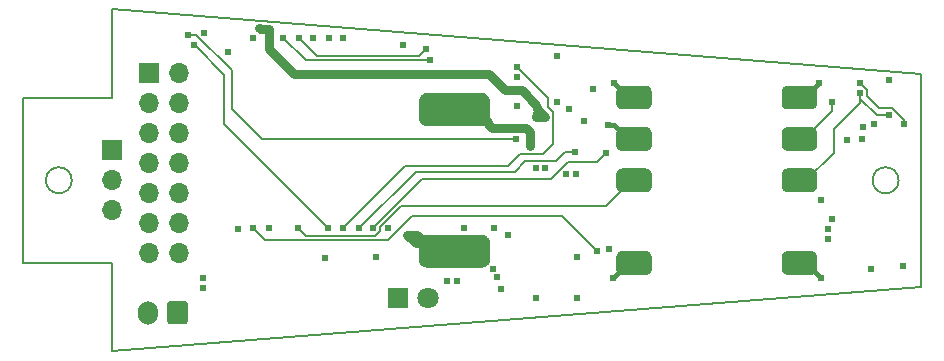
<source format=gbl>
G04 #@! TF.GenerationSoftware,KiCad,Pcbnew,5.1.5+dfsg1-2build2*
G04 #@! TF.CreationDate,2023-05-02T16:03:32+02:00*
G04 #@! TF.ProjectId,main,6d61696e-2e6b-4696-9361-645f70636258,rev?*
G04 #@! TF.SameCoordinates,Original*
G04 #@! TF.FileFunction,Copper,L4,Bot*
G04 #@! TF.FilePolarity,Positive*
%FSLAX46Y46*%
G04 Gerber Fmt 4.6, Leading zero omitted, Abs format (unit mm)*
G04 Created by KiCad (PCBNEW 5.1.5+dfsg1-2build2) date 2023-05-02 16:03:32*
%MOMM*%
%LPD*%
G04 APERTURE LIST*
%ADD10C,0.150000*%
%ADD11O,1.700000X2.000000*%
%ADD12R,1.800000X1.800000*%
%ADD13C,1.800000*%
%ADD14R,1.700000X1.700000*%
%ADD15O,1.700000X1.700000*%
%ADD16C,0.620000*%
%ADD17C,0.800000*%
%ADD18C,0.400000*%
%ADD19C,0.200000*%
G04 APERTURE END LIST*
D10*
X171100000Y-100000000D02*
G75*
G03X171100000Y-100000000I-1100000J0D01*
G01*
X101100000Y-100000000D02*
G75*
G03X101100000Y-100000000I-1100000J0D01*
G01*
X97000000Y-93000000D02*
X97000000Y-107000000D01*
X104500000Y-85500000D02*
X104500000Y-93000000D01*
X104500000Y-114500000D02*
X104500000Y-107000000D01*
X104500000Y-107000000D02*
X97000000Y-107000000D01*
X104500000Y-93000000D02*
X97000000Y-93000000D01*
X104500000Y-114500000D02*
X173000000Y-109000000D01*
X173000000Y-91000000D02*
X173000000Y-109000000D01*
X104500000Y-85500000D02*
X173000000Y-91000000D01*
G04 #@! TA.AperFunction,SMDPad,CuDef*
G36*
X163749009Y-92002408D02*
G01*
X163797545Y-92009607D01*
X163845142Y-92021530D01*
X163891342Y-92038060D01*
X163935698Y-92059039D01*
X163977785Y-92084265D01*
X164017197Y-92113495D01*
X164053553Y-92146447D01*
X164086505Y-92182803D01*
X164115735Y-92222215D01*
X164140961Y-92264302D01*
X164161940Y-92308658D01*
X164178470Y-92354858D01*
X164190393Y-92402455D01*
X164197592Y-92450991D01*
X164200000Y-92500000D01*
X164200000Y-93500000D01*
X164197592Y-93549009D01*
X164190393Y-93597545D01*
X164178470Y-93645142D01*
X164161940Y-93691342D01*
X164140961Y-93735698D01*
X164115735Y-93777785D01*
X164086505Y-93817197D01*
X164053553Y-93853553D01*
X164017197Y-93886505D01*
X163977785Y-93915735D01*
X163935698Y-93940961D01*
X163891342Y-93961940D01*
X163845142Y-93978470D01*
X163797545Y-93990393D01*
X163749009Y-93997592D01*
X163700000Y-94000000D01*
X161700000Y-94000000D01*
X161650991Y-93997592D01*
X161602455Y-93990393D01*
X161554858Y-93978470D01*
X161508658Y-93961940D01*
X161464302Y-93940961D01*
X161422215Y-93915735D01*
X161382803Y-93886505D01*
X161346447Y-93853553D01*
X161313495Y-93817197D01*
X161284265Y-93777785D01*
X161259039Y-93735698D01*
X161238060Y-93691342D01*
X161221530Y-93645142D01*
X161209607Y-93597545D01*
X161202408Y-93549009D01*
X161200000Y-93500000D01*
X161200000Y-92500000D01*
X161202408Y-92450991D01*
X161209607Y-92402455D01*
X161221530Y-92354858D01*
X161238060Y-92308658D01*
X161259039Y-92264302D01*
X161284265Y-92222215D01*
X161313495Y-92182803D01*
X161346447Y-92146447D01*
X161382803Y-92113495D01*
X161422215Y-92084265D01*
X161464302Y-92059039D01*
X161508658Y-92038060D01*
X161554858Y-92021530D01*
X161602455Y-92009607D01*
X161650991Y-92002408D01*
X161700000Y-92000000D01*
X163700000Y-92000000D01*
X163749009Y-92002408D01*
G37*
G04 #@! TD.AperFunction*
G04 #@! TA.AperFunction,SMDPad,CuDef*
G36*
X163749009Y-95502408D02*
G01*
X163797545Y-95509607D01*
X163845142Y-95521530D01*
X163891342Y-95538060D01*
X163935698Y-95559039D01*
X163977785Y-95584265D01*
X164017197Y-95613495D01*
X164053553Y-95646447D01*
X164086505Y-95682803D01*
X164115735Y-95722215D01*
X164140961Y-95764302D01*
X164161940Y-95808658D01*
X164178470Y-95854858D01*
X164190393Y-95902455D01*
X164197592Y-95950991D01*
X164200000Y-96000000D01*
X164200000Y-97000000D01*
X164197592Y-97049009D01*
X164190393Y-97097545D01*
X164178470Y-97145142D01*
X164161940Y-97191342D01*
X164140961Y-97235698D01*
X164115735Y-97277785D01*
X164086505Y-97317197D01*
X164053553Y-97353553D01*
X164017197Y-97386505D01*
X163977785Y-97415735D01*
X163935698Y-97440961D01*
X163891342Y-97461940D01*
X163845142Y-97478470D01*
X163797545Y-97490393D01*
X163749009Y-97497592D01*
X163700000Y-97500000D01*
X161700000Y-97500000D01*
X161650991Y-97497592D01*
X161602455Y-97490393D01*
X161554858Y-97478470D01*
X161508658Y-97461940D01*
X161464302Y-97440961D01*
X161422215Y-97415735D01*
X161382803Y-97386505D01*
X161346447Y-97353553D01*
X161313495Y-97317197D01*
X161284265Y-97277785D01*
X161259039Y-97235698D01*
X161238060Y-97191342D01*
X161221530Y-97145142D01*
X161209607Y-97097545D01*
X161202408Y-97049009D01*
X161200000Y-97000000D01*
X161200000Y-96000000D01*
X161202408Y-95950991D01*
X161209607Y-95902455D01*
X161221530Y-95854858D01*
X161238060Y-95808658D01*
X161259039Y-95764302D01*
X161284265Y-95722215D01*
X161313495Y-95682803D01*
X161346447Y-95646447D01*
X161382803Y-95613495D01*
X161422215Y-95584265D01*
X161464302Y-95559039D01*
X161508658Y-95538060D01*
X161554858Y-95521530D01*
X161602455Y-95509607D01*
X161650991Y-95502408D01*
X161700000Y-95500000D01*
X163700000Y-95500000D01*
X163749009Y-95502408D01*
G37*
G04 #@! TD.AperFunction*
G04 #@! TA.AperFunction,SMDPad,CuDef*
G36*
X163749009Y-99002408D02*
G01*
X163797545Y-99009607D01*
X163845142Y-99021530D01*
X163891342Y-99038060D01*
X163935698Y-99059039D01*
X163977785Y-99084265D01*
X164017197Y-99113495D01*
X164053553Y-99146447D01*
X164086505Y-99182803D01*
X164115735Y-99222215D01*
X164140961Y-99264302D01*
X164161940Y-99308658D01*
X164178470Y-99354858D01*
X164190393Y-99402455D01*
X164197592Y-99450991D01*
X164200000Y-99500000D01*
X164200000Y-100500000D01*
X164197592Y-100549009D01*
X164190393Y-100597545D01*
X164178470Y-100645142D01*
X164161940Y-100691342D01*
X164140961Y-100735698D01*
X164115735Y-100777785D01*
X164086505Y-100817197D01*
X164053553Y-100853553D01*
X164017197Y-100886505D01*
X163977785Y-100915735D01*
X163935698Y-100940961D01*
X163891342Y-100961940D01*
X163845142Y-100978470D01*
X163797545Y-100990393D01*
X163749009Y-100997592D01*
X163700000Y-101000000D01*
X161700000Y-101000000D01*
X161650991Y-100997592D01*
X161602455Y-100990393D01*
X161554858Y-100978470D01*
X161508658Y-100961940D01*
X161464302Y-100940961D01*
X161422215Y-100915735D01*
X161382803Y-100886505D01*
X161346447Y-100853553D01*
X161313495Y-100817197D01*
X161284265Y-100777785D01*
X161259039Y-100735698D01*
X161238060Y-100691342D01*
X161221530Y-100645142D01*
X161209607Y-100597545D01*
X161202408Y-100549009D01*
X161200000Y-100500000D01*
X161200000Y-99500000D01*
X161202408Y-99450991D01*
X161209607Y-99402455D01*
X161221530Y-99354858D01*
X161238060Y-99308658D01*
X161259039Y-99264302D01*
X161284265Y-99222215D01*
X161313495Y-99182803D01*
X161346447Y-99146447D01*
X161382803Y-99113495D01*
X161422215Y-99084265D01*
X161464302Y-99059039D01*
X161508658Y-99038060D01*
X161554858Y-99021530D01*
X161602455Y-99009607D01*
X161650991Y-99002408D01*
X161700000Y-99000000D01*
X163700000Y-99000000D01*
X163749009Y-99002408D01*
G37*
G04 #@! TD.AperFunction*
G04 #@! TA.AperFunction,SMDPad,CuDef*
G36*
X163749009Y-106002408D02*
G01*
X163797545Y-106009607D01*
X163845142Y-106021530D01*
X163891342Y-106038060D01*
X163935698Y-106059039D01*
X163977785Y-106084265D01*
X164017197Y-106113495D01*
X164053553Y-106146447D01*
X164086505Y-106182803D01*
X164115735Y-106222215D01*
X164140961Y-106264302D01*
X164161940Y-106308658D01*
X164178470Y-106354858D01*
X164190393Y-106402455D01*
X164197592Y-106450991D01*
X164200000Y-106500000D01*
X164200000Y-107500000D01*
X164197592Y-107549009D01*
X164190393Y-107597545D01*
X164178470Y-107645142D01*
X164161940Y-107691342D01*
X164140961Y-107735698D01*
X164115735Y-107777785D01*
X164086505Y-107817197D01*
X164053553Y-107853553D01*
X164017197Y-107886505D01*
X163977785Y-107915735D01*
X163935698Y-107940961D01*
X163891342Y-107961940D01*
X163845142Y-107978470D01*
X163797545Y-107990393D01*
X163749009Y-107997592D01*
X163700000Y-108000000D01*
X161700000Y-108000000D01*
X161650991Y-107997592D01*
X161602455Y-107990393D01*
X161554858Y-107978470D01*
X161508658Y-107961940D01*
X161464302Y-107940961D01*
X161422215Y-107915735D01*
X161382803Y-107886505D01*
X161346447Y-107853553D01*
X161313495Y-107817197D01*
X161284265Y-107777785D01*
X161259039Y-107735698D01*
X161238060Y-107691342D01*
X161221530Y-107645142D01*
X161209607Y-107597545D01*
X161202408Y-107549009D01*
X161200000Y-107500000D01*
X161200000Y-106500000D01*
X161202408Y-106450991D01*
X161209607Y-106402455D01*
X161221530Y-106354858D01*
X161238060Y-106308658D01*
X161259039Y-106264302D01*
X161284265Y-106222215D01*
X161313495Y-106182803D01*
X161346447Y-106146447D01*
X161382803Y-106113495D01*
X161422215Y-106084265D01*
X161464302Y-106059039D01*
X161508658Y-106038060D01*
X161554858Y-106021530D01*
X161602455Y-106009607D01*
X161650991Y-106002408D01*
X161700000Y-106000000D01*
X163700000Y-106000000D01*
X163749009Y-106002408D01*
G37*
G04 #@! TD.AperFunction*
G04 #@! TA.AperFunction,SMDPad,CuDef*
G36*
X149749009Y-92002408D02*
G01*
X149797545Y-92009607D01*
X149845142Y-92021530D01*
X149891342Y-92038060D01*
X149935698Y-92059039D01*
X149977785Y-92084265D01*
X150017197Y-92113495D01*
X150053553Y-92146447D01*
X150086505Y-92182803D01*
X150115735Y-92222215D01*
X150140961Y-92264302D01*
X150161940Y-92308658D01*
X150178470Y-92354858D01*
X150190393Y-92402455D01*
X150197592Y-92450991D01*
X150200000Y-92500000D01*
X150200000Y-93500000D01*
X150197592Y-93549009D01*
X150190393Y-93597545D01*
X150178470Y-93645142D01*
X150161940Y-93691342D01*
X150140961Y-93735698D01*
X150115735Y-93777785D01*
X150086505Y-93817197D01*
X150053553Y-93853553D01*
X150017197Y-93886505D01*
X149977785Y-93915735D01*
X149935698Y-93940961D01*
X149891342Y-93961940D01*
X149845142Y-93978470D01*
X149797545Y-93990393D01*
X149749009Y-93997592D01*
X149700000Y-94000000D01*
X147700000Y-94000000D01*
X147650991Y-93997592D01*
X147602455Y-93990393D01*
X147554858Y-93978470D01*
X147508658Y-93961940D01*
X147464302Y-93940961D01*
X147422215Y-93915735D01*
X147382803Y-93886505D01*
X147346447Y-93853553D01*
X147313495Y-93817197D01*
X147284265Y-93777785D01*
X147259039Y-93735698D01*
X147238060Y-93691342D01*
X147221530Y-93645142D01*
X147209607Y-93597545D01*
X147202408Y-93549009D01*
X147200000Y-93500000D01*
X147200000Y-92500000D01*
X147202408Y-92450991D01*
X147209607Y-92402455D01*
X147221530Y-92354858D01*
X147238060Y-92308658D01*
X147259039Y-92264302D01*
X147284265Y-92222215D01*
X147313495Y-92182803D01*
X147346447Y-92146447D01*
X147382803Y-92113495D01*
X147422215Y-92084265D01*
X147464302Y-92059039D01*
X147508658Y-92038060D01*
X147554858Y-92021530D01*
X147602455Y-92009607D01*
X147650991Y-92002408D01*
X147700000Y-92000000D01*
X149700000Y-92000000D01*
X149749009Y-92002408D01*
G37*
G04 #@! TD.AperFunction*
G04 #@! TA.AperFunction,SMDPad,CuDef*
G36*
X149749009Y-95502408D02*
G01*
X149797545Y-95509607D01*
X149845142Y-95521530D01*
X149891342Y-95538060D01*
X149935698Y-95559039D01*
X149977785Y-95584265D01*
X150017197Y-95613495D01*
X150053553Y-95646447D01*
X150086505Y-95682803D01*
X150115735Y-95722215D01*
X150140961Y-95764302D01*
X150161940Y-95808658D01*
X150178470Y-95854858D01*
X150190393Y-95902455D01*
X150197592Y-95950991D01*
X150200000Y-96000000D01*
X150200000Y-97000000D01*
X150197592Y-97049009D01*
X150190393Y-97097545D01*
X150178470Y-97145142D01*
X150161940Y-97191342D01*
X150140961Y-97235698D01*
X150115735Y-97277785D01*
X150086505Y-97317197D01*
X150053553Y-97353553D01*
X150017197Y-97386505D01*
X149977785Y-97415735D01*
X149935698Y-97440961D01*
X149891342Y-97461940D01*
X149845142Y-97478470D01*
X149797545Y-97490393D01*
X149749009Y-97497592D01*
X149700000Y-97500000D01*
X147700000Y-97500000D01*
X147650991Y-97497592D01*
X147602455Y-97490393D01*
X147554858Y-97478470D01*
X147508658Y-97461940D01*
X147464302Y-97440961D01*
X147422215Y-97415735D01*
X147382803Y-97386505D01*
X147346447Y-97353553D01*
X147313495Y-97317197D01*
X147284265Y-97277785D01*
X147259039Y-97235698D01*
X147238060Y-97191342D01*
X147221530Y-97145142D01*
X147209607Y-97097545D01*
X147202408Y-97049009D01*
X147200000Y-97000000D01*
X147200000Y-96000000D01*
X147202408Y-95950991D01*
X147209607Y-95902455D01*
X147221530Y-95854858D01*
X147238060Y-95808658D01*
X147259039Y-95764302D01*
X147284265Y-95722215D01*
X147313495Y-95682803D01*
X147346447Y-95646447D01*
X147382803Y-95613495D01*
X147422215Y-95584265D01*
X147464302Y-95559039D01*
X147508658Y-95538060D01*
X147554858Y-95521530D01*
X147602455Y-95509607D01*
X147650991Y-95502408D01*
X147700000Y-95500000D01*
X149700000Y-95500000D01*
X149749009Y-95502408D01*
G37*
G04 #@! TD.AperFunction*
G04 #@! TA.AperFunction,SMDPad,CuDef*
G36*
X149749009Y-99002408D02*
G01*
X149797545Y-99009607D01*
X149845142Y-99021530D01*
X149891342Y-99038060D01*
X149935698Y-99059039D01*
X149977785Y-99084265D01*
X150017197Y-99113495D01*
X150053553Y-99146447D01*
X150086505Y-99182803D01*
X150115735Y-99222215D01*
X150140961Y-99264302D01*
X150161940Y-99308658D01*
X150178470Y-99354858D01*
X150190393Y-99402455D01*
X150197592Y-99450991D01*
X150200000Y-99500000D01*
X150200000Y-100500000D01*
X150197592Y-100549009D01*
X150190393Y-100597545D01*
X150178470Y-100645142D01*
X150161940Y-100691342D01*
X150140961Y-100735698D01*
X150115735Y-100777785D01*
X150086505Y-100817197D01*
X150053553Y-100853553D01*
X150017197Y-100886505D01*
X149977785Y-100915735D01*
X149935698Y-100940961D01*
X149891342Y-100961940D01*
X149845142Y-100978470D01*
X149797545Y-100990393D01*
X149749009Y-100997592D01*
X149700000Y-101000000D01*
X147700000Y-101000000D01*
X147650991Y-100997592D01*
X147602455Y-100990393D01*
X147554858Y-100978470D01*
X147508658Y-100961940D01*
X147464302Y-100940961D01*
X147422215Y-100915735D01*
X147382803Y-100886505D01*
X147346447Y-100853553D01*
X147313495Y-100817197D01*
X147284265Y-100777785D01*
X147259039Y-100735698D01*
X147238060Y-100691342D01*
X147221530Y-100645142D01*
X147209607Y-100597545D01*
X147202408Y-100549009D01*
X147200000Y-100500000D01*
X147200000Y-99500000D01*
X147202408Y-99450991D01*
X147209607Y-99402455D01*
X147221530Y-99354858D01*
X147238060Y-99308658D01*
X147259039Y-99264302D01*
X147284265Y-99222215D01*
X147313495Y-99182803D01*
X147346447Y-99146447D01*
X147382803Y-99113495D01*
X147422215Y-99084265D01*
X147464302Y-99059039D01*
X147508658Y-99038060D01*
X147554858Y-99021530D01*
X147602455Y-99009607D01*
X147650991Y-99002408D01*
X147700000Y-99000000D01*
X149700000Y-99000000D01*
X149749009Y-99002408D01*
G37*
G04 #@! TD.AperFunction*
G04 #@! TA.AperFunction,SMDPad,CuDef*
G36*
X149749009Y-106002408D02*
G01*
X149797545Y-106009607D01*
X149845142Y-106021530D01*
X149891342Y-106038060D01*
X149935698Y-106059039D01*
X149977785Y-106084265D01*
X150017197Y-106113495D01*
X150053553Y-106146447D01*
X150086505Y-106182803D01*
X150115735Y-106222215D01*
X150140961Y-106264302D01*
X150161940Y-106308658D01*
X150178470Y-106354858D01*
X150190393Y-106402455D01*
X150197592Y-106450991D01*
X150200000Y-106500000D01*
X150200000Y-107500000D01*
X150197592Y-107549009D01*
X150190393Y-107597545D01*
X150178470Y-107645142D01*
X150161940Y-107691342D01*
X150140961Y-107735698D01*
X150115735Y-107777785D01*
X150086505Y-107817197D01*
X150053553Y-107853553D01*
X150017197Y-107886505D01*
X149977785Y-107915735D01*
X149935698Y-107940961D01*
X149891342Y-107961940D01*
X149845142Y-107978470D01*
X149797545Y-107990393D01*
X149749009Y-107997592D01*
X149700000Y-108000000D01*
X147700000Y-108000000D01*
X147650991Y-107997592D01*
X147602455Y-107990393D01*
X147554858Y-107978470D01*
X147508658Y-107961940D01*
X147464302Y-107940961D01*
X147422215Y-107915735D01*
X147382803Y-107886505D01*
X147346447Y-107853553D01*
X147313495Y-107817197D01*
X147284265Y-107777785D01*
X147259039Y-107735698D01*
X147238060Y-107691342D01*
X147221530Y-107645142D01*
X147209607Y-107597545D01*
X147202408Y-107549009D01*
X147200000Y-107500000D01*
X147200000Y-106500000D01*
X147202408Y-106450991D01*
X147209607Y-106402455D01*
X147221530Y-106354858D01*
X147238060Y-106308658D01*
X147259039Y-106264302D01*
X147284265Y-106222215D01*
X147313495Y-106182803D01*
X147346447Y-106146447D01*
X147382803Y-106113495D01*
X147422215Y-106084265D01*
X147464302Y-106059039D01*
X147508658Y-106038060D01*
X147554858Y-106021530D01*
X147602455Y-106009607D01*
X147650991Y-106002408D01*
X147700000Y-106000000D01*
X149700000Y-106000000D01*
X149749009Y-106002408D01*
G37*
G04 #@! TD.AperFunction*
G04 #@! TA.AperFunction,SMDPad,CuDef*
G36*
X135868612Y-104603371D02*
G01*
X135936563Y-104613450D01*
X136003199Y-104630142D01*
X136067878Y-104653284D01*
X136129978Y-104682655D01*
X136188899Y-104717971D01*
X136244075Y-104758893D01*
X136294975Y-104805025D01*
X136341107Y-104855925D01*
X136382029Y-104911101D01*
X136417345Y-104970022D01*
X136446716Y-105032122D01*
X136469858Y-105096801D01*
X136486550Y-105163437D01*
X136496629Y-105231388D01*
X136500000Y-105300000D01*
X136500000Y-106700000D01*
X136496629Y-106768612D01*
X136486550Y-106836563D01*
X136469858Y-106903199D01*
X136446716Y-106967878D01*
X136417345Y-107029978D01*
X136382029Y-107088899D01*
X136341107Y-107144075D01*
X136294975Y-107194975D01*
X136244075Y-107241107D01*
X136188899Y-107282029D01*
X136129978Y-107317345D01*
X136067878Y-107346716D01*
X136003199Y-107369858D01*
X135936563Y-107386550D01*
X135868612Y-107396629D01*
X135800000Y-107400000D01*
X131200000Y-107400000D01*
X131131388Y-107396629D01*
X131063437Y-107386550D01*
X130996801Y-107369858D01*
X130932122Y-107346716D01*
X130870022Y-107317345D01*
X130811101Y-107282029D01*
X130755925Y-107241107D01*
X130705025Y-107194975D01*
X130658893Y-107144075D01*
X130617971Y-107088899D01*
X130582655Y-107029978D01*
X130553284Y-106967878D01*
X130530142Y-106903199D01*
X130513450Y-106836563D01*
X130503371Y-106768612D01*
X130500000Y-106700000D01*
X130500000Y-105300000D01*
X130503371Y-105231388D01*
X130513450Y-105163437D01*
X130530142Y-105096801D01*
X130553284Y-105032122D01*
X130582655Y-104970022D01*
X130617971Y-104911101D01*
X130658893Y-104855925D01*
X130705025Y-104805025D01*
X130755925Y-104758893D01*
X130811101Y-104717971D01*
X130870022Y-104682655D01*
X130932122Y-104653284D01*
X130996801Y-104630142D01*
X131063437Y-104613450D01*
X131131388Y-104603371D01*
X131200000Y-104600000D01*
X135800000Y-104600000D01*
X135868612Y-104603371D01*
G37*
G04 #@! TD.AperFunction*
G04 #@! TA.AperFunction,SMDPad,CuDef*
G36*
X135868612Y-92603371D02*
G01*
X135936563Y-92613450D01*
X136003199Y-92630142D01*
X136067878Y-92653284D01*
X136129978Y-92682655D01*
X136188899Y-92717971D01*
X136244075Y-92758893D01*
X136294975Y-92805025D01*
X136341107Y-92855925D01*
X136382029Y-92911101D01*
X136417345Y-92970022D01*
X136446716Y-93032122D01*
X136469858Y-93096801D01*
X136486550Y-93163437D01*
X136496629Y-93231388D01*
X136500000Y-93300000D01*
X136500000Y-94700000D01*
X136496629Y-94768612D01*
X136486550Y-94836563D01*
X136469858Y-94903199D01*
X136446716Y-94967878D01*
X136417345Y-95029978D01*
X136382029Y-95088899D01*
X136341107Y-95144075D01*
X136294975Y-95194975D01*
X136244075Y-95241107D01*
X136188899Y-95282029D01*
X136129978Y-95317345D01*
X136067878Y-95346716D01*
X136003199Y-95369858D01*
X135936563Y-95386550D01*
X135868612Y-95396629D01*
X135800000Y-95400000D01*
X131200000Y-95400000D01*
X131131388Y-95396629D01*
X131063437Y-95386550D01*
X130996801Y-95369858D01*
X130932122Y-95346716D01*
X130870022Y-95317345D01*
X130811101Y-95282029D01*
X130755925Y-95241107D01*
X130705025Y-95194975D01*
X130658893Y-95144075D01*
X130617971Y-95088899D01*
X130582655Y-95029978D01*
X130553284Y-94967878D01*
X130530142Y-94903199D01*
X130513450Y-94836563D01*
X130503371Y-94768612D01*
X130500000Y-94700000D01*
X130500000Y-93300000D01*
X130503371Y-93231388D01*
X130513450Y-93163437D01*
X130530142Y-93096801D01*
X130553284Y-93032122D01*
X130582655Y-92970022D01*
X130617971Y-92911101D01*
X130658893Y-92855925D01*
X130705025Y-92805025D01*
X130755925Y-92758893D01*
X130811101Y-92717971D01*
X130870022Y-92682655D01*
X130932122Y-92653284D01*
X130996801Y-92630142D01*
X131063437Y-92613450D01*
X131131388Y-92603371D01*
X131200000Y-92600000D01*
X135800000Y-92600000D01*
X135868612Y-92603371D01*
G37*
G04 #@! TD.AperFunction*
D11*
X107550000Y-111200000D03*
G04 #@! TA.AperFunction,ComponentPad*
D10*
G36*
X110674594Y-110201203D02*
G01*
X110698853Y-110204802D01*
X110722642Y-110210761D01*
X110745733Y-110219023D01*
X110767902Y-110229508D01*
X110788937Y-110242116D01*
X110808635Y-110256725D01*
X110826806Y-110273194D01*
X110843275Y-110291365D01*
X110857884Y-110311063D01*
X110870492Y-110332098D01*
X110880977Y-110354267D01*
X110889239Y-110377358D01*
X110895198Y-110401147D01*
X110898797Y-110425406D01*
X110900000Y-110449900D01*
X110900000Y-111950100D01*
X110898797Y-111974594D01*
X110895198Y-111998853D01*
X110889239Y-112022642D01*
X110880977Y-112045733D01*
X110870492Y-112067902D01*
X110857884Y-112088937D01*
X110843275Y-112108635D01*
X110826806Y-112126806D01*
X110808635Y-112143275D01*
X110788937Y-112157884D01*
X110767902Y-112170492D01*
X110745733Y-112180977D01*
X110722642Y-112189239D01*
X110698853Y-112195198D01*
X110674594Y-112198797D01*
X110650100Y-112200000D01*
X109449900Y-112200000D01*
X109425406Y-112198797D01*
X109401147Y-112195198D01*
X109377358Y-112189239D01*
X109354267Y-112180977D01*
X109332098Y-112170492D01*
X109311063Y-112157884D01*
X109291365Y-112143275D01*
X109273194Y-112126806D01*
X109256725Y-112108635D01*
X109242116Y-112088937D01*
X109229508Y-112067902D01*
X109219023Y-112045733D01*
X109210761Y-112022642D01*
X109204802Y-111998853D01*
X109201203Y-111974594D01*
X109200000Y-111950100D01*
X109200000Y-110449900D01*
X109201203Y-110425406D01*
X109204802Y-110401147D01*
X109210761Y-110377358D01*
X109219023Y-110354267D01*
X109229508Y-110332098D01*
X109242116Y-110311063D01*
X109256725Y-110291365D01*
X109273194Y-110273194D01*
X109291365Y-110256725D01*
X109311063Y-110242116D01*
X109332098Y-110229508D01*
X109354267Y-110219023D01*
X109377358Y-110210761D01*
X109401147Y-110204802D01*
X109425406Y-110201203D01*
X109449900Y-110200000D01*
X110650100Y-110200000D01*
X110674594Y-110201203D01*
G37*
G04 #@! TD.AperFunction*
D12*
X128720000Y-110000000D03*
D13*
X131260000Y-110000000D03*
D14*
X104500000Y-97460000D03*
D15*
X104500000Y-100000000D03*
X104500000Y-102540000D03*
D14*
X107610000Y-90900000D03*
D15*
X110150000Y-90900000D03*
X107610000Y-93440000D03*
X110150000Y-93440000D03*
X107610000Y-95980000D03*
X110150000Y-95980000D03*
X107610000Y-98520000D03*
X110150000Y-98520000D03*
X107610000Y-101060000D03*
X110150000Y-101060000D03*
X107610000Y-103600000D03*
X110150000Y-103600000D03*
X107610000Y-106140000D03*
X110150000Y-106140000D03*
D16*
X115200000Y-104100000D03*
X127900000Y-104050000D03*
X134300000Y-104050000D03*
X136850000Y-104050000D03*
X169000000Y-95275000D03*
X170250000Y-91550000D03*
X139900000Y-97150000D03*
X139900000Y-96350000D03*
X129146500Y-88570000D03*
X142150000Y-89450000D03*
X138800000Y-93700000D03*
X144500000Y-95000000D03*
X166750000Y-96600000D03*
X168100000Y-95500000D03*
X146550000Y-105850000D03*
X171500000Y-107300000D03*
X143900000Y-106500000D03*
X140400000Y-110000000D03*
X143900000Y-110000000D03*
X138050000Y-104650000D03*
X114319276Y-89120339D03*
X112300000Y-87500000D03*
X122500000Y-106550000D03*
X126875000Y-106525000D03*
X137475000Y-109200000D03*
X146900000Y-108300000D03*
X164500000Y-108300000D03*
X164400000Y-91800000D03*
X147000000Y-91800000D03*
X164500000Y-101700000D03*
X141200000Y-94650000D03*
X140400000Y-94650000D03*
X116954500Y-87109500D03*
X117780000Y-87300000D03*
X140400000Y-98950000D03*
X141200000Y-98950000D03*
X130300000Y-104600000D03*
X129500000Y-104600000D03*
X116475000Y-87969500D03*
X124100000Y-104050000D03*
X138800000Y-90400000D03*
X168800000Y-107550000D03*
X116475000Y-104075000D03*
X145600000Y-105960000D03*
X119000000Y-87950000D03*
X165450000Y-93350000D03*
X131400000Y-89800000D03*
X170250000Y-94475000D03*
X120300000Y-87950000D03*
X167850000Y-92650000D03*
X131100000Y-88900000D03*
X121550000Y-87950000D03*
X122850000Y-87950000D03*
X146350000Y-97700000D03*
X126600000Y-104050000D03*
X165500000Y-103300000D03*
X142150000Y-93350000D03*
X132900000Y-108550000D03*
X133700000Y-108550000D03*
X117766888Y-104066888D03*
X143700000Y-97650000D03*
X125450000Y-104049999D03*
X145200000Y-92300000D03*
X124100000Y-87950000D03*
X138800000Y-91300000D03*
X167850000Y-91800000D03*
X171525000Y-95275000D03*
X168042169Y-96491213D03*
X146500000Y-95300000D03*
X143750000Y-99500000D03*
X142950000Y-99500000D03*
X136775000Y-107550000D03*
X137075000Y-108225000D03*
X165150000Y-104150000D03*
X165150000Y-104950000D03*
X122825000Y-104075000D03*
X111437598Y-88537598D03*
X138750000Y-96500000D03*
X110925000Y-87675000D03*
X143200000Y-94000000D03*
X120275000Y-104075000D03*
X112200000Y-108300000D03*
X112200000Y-109100000D03*
D17*
X139900000Y-95911594D02*
X139588416Y-95600010D01*
X139900000Y-96350000D02*
X139900000Y-95911594D01*
X139588416Y-95600010D02*
X136700010Y-95600010D01*
X136700010Y-95600010D02*
X136300000Y-95200000D01*
X139900000Y-96350000D02*
X139900000Y-97099990D01*
X133500000Y-94000000D02*
X135200000Y-94000000D01*
X136300000Y-95100000D02*
X136300000Y-95200000D01*
X135200000Y-94000000D02*
X136300000Y-95100000D01*
D18*
X148500000Y-107000000D02*
X147700000Y-107000000D01*
X148700000Y-107000000D02*
X148200000Y-107000000D01*
X148200000Y-107000000D02*
X146900000Y-108300000D01*
X162700000Y-107000000D02*
X163200000Y-107000000D01*
X163200000Y-107000000D02*
X164500000Y-108300000D01*
X162700000Y-93000000D02*
X163200000Y-93000000D01*
X163200000Y-93000000D02*
X164400000Y-91800000D01*
X148700000Y-93000000D02*
X148200000Y-93000000D01*
X148200000Y-93000000D02*
X147000000Y-91800000D01*
D17*
X140400000Y-94650000D02*
X141200000Y-94650000D01*
X139200000Y-92400000D02*
X140400000Y-93600000D01*
X136400000Y-91000000D02*
X137800000Y-92400000D01*
X137800000Y-92400000D02*
X139200000Y-92400000D01*
X119900000Y-91000000D02*
X136400000Y-91000000D01*
X117780000Y-88880000D02*
X119900000Y-91000000D01*
X117780000Y-87236500D02*
X117780000Y-88880000D01*
X117081500Y-87236500D02*
X117780000Y-87236500D01*
X116973548Y-87128548D02*
X117081500Y-87236500D01*
X141200000Y-94650000D02*
X140650000Y-94100000D01*
X140600000Y-94100000D02*
X140400000Y-94650000D01*
X140650000Y-94100000D02*
X140600000Y-94100000D01*
X140400000Y-93600000D02*
X140600000Y-94100000D01*
X133500000Y-106000000D02*
X131700000Y-106000000D01*
X131700000Y-106000000D02*
X130300000Y-104600000D01*
X130200000Y-105300000D02*
X130400000Y-105300000D01*
X129500000Y-104600000D02*
X130200000Y-105300000D01*
X129500000Y-104600000D02*
X130300000Y-104600000D01*
D19*
X139050000Y-97750000D02*
X138000000Y-98800000D01*
X141000000Y-97750000D02*
X139050000Y-97750000D01*
X129350000Y-98800000D02*
X124100000Y-104050000D01*
X141850010Y-96899990D02*
X141000000Y-97750000D01*
X141850010Y-94200010D02*
X141850010Y-96899990D01*
X141450000Y-93800000D02*
X141850010Y-94200010D01*
X138000000Y-98800000D02*
X129350000Y-98800000D01*
X141450000Y-93050000D02*
X138800000Y-90400000D01*
X141450000Y-93800000D02*
X141450000Y-93050000D01*
X117450010Y-105050010D02*
X127849990Y-105050010D01*
X116475000Y-104075000D02*
X117450010Y-105050010D01*
X127849990Y-105050010D02*
X129900000Y-103000000D01*
X142640000Y-103000000D02*
X145600000Y-105960000D01*
X129900000Y-103000000D02*
X142640000Y-103000000D01*
X162500000Y-96300000D02*
X162500000Y-96500000D01*
X119000000Y-87950000D02*
X120889999Y-89839999D01*
X131360001Y-89839999D02*
X131400000Y-89800000D01*
X120889999Y-89839999D02*
X131360001Y-89839999D01*
X162700000Y-96500000D02*
X163100000Y-96500000D01*
X165450000Y-94150000D02*
X165450000Y-93350000D01*
X163100000Y-96500000D02*
X165450000Y-94150000D01*
X167850000Y-93088406D02*
X167850000Y-92650000D01*
X169236594Y-94475000D02*
X167850000Y-93088406D01*
X170250000Y-94475000D02*
X169236594Y-94475000D01*
X121839989Y-89489989D02*
X120300000Y-87950000D01*
X130510011Y-89489989D02*
X131100000Y-88900000D01*
X121839989Y-89489989D02*
X130510011Y-89489989D01*
X162700000Y-100000000D02*
X163200000Y-100000000D01*
X163300000Y-100000000D02*
X162700000Y-100000000D01*
X165600000Y-97700000D02*
X163300000Y-100000000D01*
X165600000Y-95700000D02*
X165600000Y-97700000D01*
X167850000Y-93450000D02*
X165600000Y-95700000D01*
X167850000Y-93088406D02*
X167850000Y-93450000D01*
X110460000Y-98500000D02*
X110440000Y-98520000D01*
X126600000Y-103850000D02*
X126600000Y-104050000D01*
X146350000Y-97700000D02*
X145600000Y-98450000D01*
X145600000Y-98450000D02*
X143100000Y-98450000D01*
X126909999Y-103740001D02*
X126600000Y-104050000D01*
X130789989Y-99860011D02*
X126909999Y-103740001D01*
X141689989Y-99860011D02*
X130789989Y-99860011D01*
X143100000Y-98450000D02*
X141689989Y-99860011D01*
X125450001Y-104049999D02*
X125450000Y-104049999D01*
X141468801Y-98389999D02*
X139510001Y-98389999D01*
X142100000Y-98400000D02*
X141478802Y-98400000D01*
X130200000Y-99300000D02*
X125450001Y-104049999D01*
X138600000Y-99300000D02*
X130200000Y-99300000D01*
X142850000Y-97650000D02*
X142100000Y-98400000D01*
X139510001Y-98389999D02*
X138600000Y-99300000D01*
X141478802Y-98400000D02*
X141468801Y-98389999D01*
X143700000Y-97650000D02*
X142850000Y-97650000D01*
X169450000Y-93900000D02*
X168450000Y-92900000D01*
X171525000Y-95275000D02*
X171525000Y-94921198D01*
X171525000Y-94921198D02*
X170503802Y-93900000D01*
X170503802Y-93900000D02*
X169450000Y-93900000D01*
X168450000Y-92900000D02*
X168450000Y-92400000D01*
X168450000Y-92400000D02*
X167850000Y-91800000D01*
D18*
X148700000Y-96500000D02*
X148200000Y-96500000D01*
X147000000Y-95300000D02*
X146500000Y-95300000D01*
X148200000Y-96500000D02*
X147000000Y-95300000D01*
D19*
X122825000Y-104075000D02*
X116150000Y-97400000D01*
X116150000Y-97400000D02*
X113975000Y-95225000D01*
X113975000Y-95225000D02*
X113975000Y-91075000D01*
X113975000Y-91075000D02*
X111575000Y-88675000D01*
X111575000Y-88675000D02*
X111437598Y-88537598D01*
X119700000Y-96500000D02*
X138750000Y-96500000D01*
X117175000Y-96500000D02*
X114675000Y-94000000D01*
X119700000Y-96500000D02*
X117175000Y-96500000D01*
X114675000Y-90703802D02*
X111646198Y-87675000D01*
X114675000Y-94000000D02*
X114675000Y-90703802D01*
X111646198Y-87675000D02*
X110925000Y-87675000D01*
X146300000Y-102200000D02*
X148500000Y-100000000D01*
X128944988Y-102200000D02*
X146300000Y-102200000D01*
X127160001Y-103984987D02*
X128944988Y-102200000D01*
X127160001Y-104339999D02*
X127160001Y-103984987D01*
X126800000Y-104700000D02*
X127160001Y-104339999D01*
X120900000Y-104700000D02*
X126800000Y-104700000D01*
X120275000Y-104075000D02*
X120900000Y-104700000D01*
M02*

</source>
